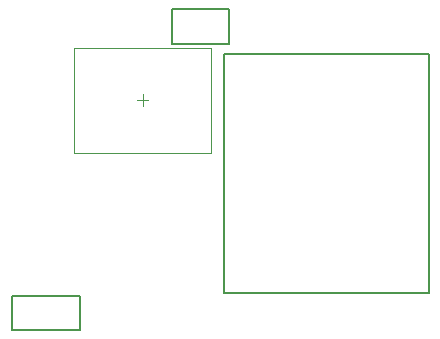
<source format=gbr>
G04*
G04 #@! TF.GenerationSoftware,Altium Limited,Altium Designer,23.0.1 (38)*
G04*
G04 Layer_Color=32768*
%FSLAX25Y25*%
%MOIN*%
G70*
G04*
G04 #@! TF.SameCoordinates,AE5763C0-F2EE-4BCA-89C6-8F578BEF2D51*
G04*
G04*
G04 #@! TF.FilePolarity,Positive*
G04*
G01*
G75*
%ADD10C,0.00787*%
%ADD51C,0.00197*%
D10*
X166547Y123791D02*
Y135209D01*
X147453D02*
X166547D01*
X147453Y123791D02*
Y135209D01*
Y123791D02*
X166547D01*
X116857Y28409D02*
Y39591D01*
X94101D02*
X116857D01*
X94101Y28409D02*
Y39591D01*
Y28409D02*
X116857D01*
X164847Y40618D02*
X233154D01*
Y120382D01*
X164847D02*
X233154D01*
X164847Y40618D02*
Y120382D01*
D51*
X135752Y104914D02*
X139689D01*
X137721Y102946D02*
Y106883D01*
X160555Y87395D02*
Y122434D01*
X114886D02*
X160555D01*
X114886Y87395D02*
Y122434D01*
Y87395D02*
X160555D01*
M02*

</source>
